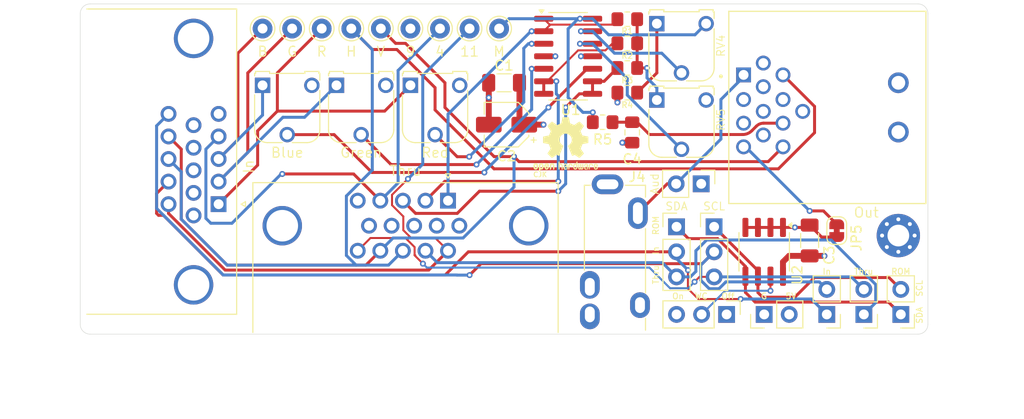
<source format=kicad_pcb>
(kicad_pcb (version 20241229) (generator "pcbnew") (generator_version "9.0")
  (layers (0 "F.Cu" signal) (4 "In1.Cu" signal) (6 "In2.Cu" signal) (2 "B.Cu" signal) (13 "F.Paste" user) (15 "B.Paste" user) (5 "F.SilkS" user "F.Silkscreen") (7 "B.SilkS" user "B.Silkscreen") (1 "F.Mask" user) (3 "B.Mask" user) (25 "Edge.Cuts" user))
  (net 0 "")
  (net 1 "GND")
  (net 2 "SDA1")
  (net 3 "DSUB4")
  (net 4 "Red")
  (net 5 "Blue")
  (net 6 "SCL1")
  (net 7 "DSUB9")
  (net 8 "Vsync")
  (net 9 "DSUB11")
  (net 10 "Hsync")
  (net 11 "Green")
  (net 12 "SDA2")
  (net 13 "Red_adj")
  (net 14 "Blue_adj")
  (net 15 "Green_adj")
  (net 16 "SCL2")
  (net 17 "Aud")
  (net 18 "Net-(JP1-C)")
  (net 19 "SDA")
  (net 20 "SCL")
  (net 21 "Net-(JP5-B)")
  (net 22 "Net-(R1-Pad2)")
  (net 23 "Net-(R4-Pad1)")
  (net 24 "Net-(U1A-+)")
  (net 25 "Net-(U1B-+)")
  (net 26 "Net-(U1C-+)")
  (net 27 "Net-(U1D--)")
  (net 28 "Net-(U1D-+)")
  (net 29 "Gray")
  (net 37 "Net-(C4-Pad1)")
  (footprint "Potentiometer_THT:Potentiometer_Runtron_RM-065_Vertical" (layer "F.Cu") (at 95 53.76)
    (property "Reference" "RV1" (hide yes))
    (property "Value" "100R")
  )
  (footprint "Connector_PinHeader_2.54mm:PinHeader_1x02_P2.54mm_Vertical" (layer "F.Cu") (at 141 77 180)
    (property "Reference" "J11" (hide yes))
    (property "Value" "Conn_01x02")
  )
  (footprint "Package_SO:SOIC-8_3.9x4.9mm_P1.27mm" (layer "F.Cu") (at 130.89 70.65 -90)
    (property "Reference" "U2")
    (property "Value" "M24C02-FMN")
  )
  (footprint "Connector_Pin:Pin_D1.0mm_L10.0mm" (layer "F.Cu") (at 95 48)
    (property "Reference" "TP6" (hide yes))
    (property "Value" "TestPoint")
  )
  (footprint "Resistor_SMD:R_0805_2012Metric_Pad1.20x1.40mm_HandSolder" (layer "F.Cu") (at 114.5 57.5)
    (property "Reference" "R5")
    (property "Value" "R")
  )
  (footprint "Resistor_SMD:R_0805_2012Metric_Pad1.20x1.40mm_HandSolder" (layer "F.Cu") (at 117 49.5)
    (property "Reference" "R2")
    (property "Value" "2.2k")
  )
  (footprint "Connector_PinHeader_2.54mm:PinHeader_1x03_P2.54mm_Vertical" (layer "F.Cu") (at 127.08 77 -90)
    (property "Reference" "JP1" (hide yes))
    (property "Value" "Jumper_3_Bridged12")
  )
  (footprint "Connector_PinHeader_2.54mm:PinHeader_1x02_P2.54mm_Vertical" (layer "F.Cu") (at 124.5 63.75 -90)
    (property "Reference" "J5" (hide yes))
    (property "Value" "Conn_01x02")
  )
  (footprint "Connector_PinHeader_2.54mm:PinHeader_1x02_P2.54mm_Vertical" (layer "F.Cu") (at 130.89 77 90)
    (property "Reference" "J8" (hide yes))
    (property "Value" "Conn_01x02")
  )
  (footprint "Connector_Pin:Pin_D1.0mm_L10.0mm" (layer "F.Cu") (at 104 48)
    (property "Reference" "TP9" (hide yes))
    (property "Value" "TestPoint")
  )
  (footprint "Potentiometer_THT:Potentiometer_Runtron_RM-065_Vertical" (layer "F.Cu") (at 120 47.5)
    (property "Reference" "RV4")
    (property "Value" "10k")
  )
  (footprint "Resistor_SMD:R_0805_2012Metric_Pad1.20x1.40mm_HandSolder" (layer "F.Cu") (at 117 52)
    (property "Reference" "R3")
    (property "Value" "2.2k")
  )
  (footprint "Capacitor_SMD:CP_Elec_4x5.4" (layer "F.Cu") (at 104.75 57.75 180)
    (property "Reference" "C2")
    (property "Value" "10u")
  )
  (footprint "Connector_Pin:Pin_D1.0mm_L10.0mm" (layer "F.Cu") (at 101 48)
    (property "Reference" "TP8" (hide yes))
    (property "Value" "TestPoint")
  )
  (footprint "Potentiometer_THT:Potentiometer_Runtron_RM-065_Vertical" (layer "F.Cu") (at 80 53.76)
    (property "Reference" "RV3" (hide yes))
    (property "Value" "100R")
  )
  (footprint "NyaLib:CUI_SDF-130J" (layer "F.Cu") (at 144.5 56 90)
    (property "Reference" "J3" (hide yes))
    (property "Value" "SDF-130J")
  )
  (footprint "NyaLib:Jack_3.5mm_CUI_SJ-3524-THT_Horizontal" (layer "F.Cu") (at 115.75 72.5 180)
    (property "Reference" "J4")
    (property "Value" "AudioJack2" (hide yes))
  )
  (footprint "Connector_Pin:Pin_D1.0mm_L10.0mm" (layer "F.Cu") (at 83 48)
    (property "Reference" "TP2" (hide yes))
    (property "Value" "TestPoint")
  )
  (footprint "Capacitor_SMD:C_1206_3216Metric_Pad1.33x1.80mm_HandSolder" (layer "F.Cu") (at 104.5 53.5 180)
    (property "Reference" "C1")
    (property "Value" "100n")
  )
  (footprint "Capacitor_SMD:C_0805_2012Metric_Pad1.18x1.45mm_HandSolder" (layer "F.Cu") (at 117.5 58.5375 -90)
    (property "Reference" "C4")
    (property "Value" "C")
  )
  (footprint "Symbol:OSHW-Logo2_7.3x6mm_SilkScreen" (layer "F.Cu") (at 110.75 59.75)
    (property "Reference" "REF**" (hide yes))
    (property "Value" "OSHW-Logo2_7.3x6mm_SilkScreen" (hide yes))
  )
  (footprint "Connector_Dsub:DSUB-15-HD_Socket_Horizontal_P2.29x2.54mm_EdgePinOffset8.35mm_Housed_MountingHolesOffset10.89mm" (layer "F.Cu") (at 98.815 65.46)
    (property "Reference" "J2" (hide yes))
    (property "Value" "DE15_Socket_HighDensity_MountingHoles")
  )
  (footprint "Connector_Pin:Pin_D1.0mm_L10.0mm" (layer "F.Cu") (at 86 48)
    (property "Reference" "TP1" (hide yes))
    (property "Value" "TestPoint")
  )
  (footprint "MountingHole:MountingHole_2.2mm_M2_Pad_Via" (layer "F.Cu") (at 144.5 69)
    (property "Reference" "REF**" (hide yes))
    (property "Value" "MountingHole_2.2mm_M2_Pad_Via")
  )
  (footprint "Capacitor_SMD:C_1206_3216Metric_Pad1.33x1.80mm_HandSolder" (layer "F.Cu") (at 135.5 69.5 90)
    (property "Reference" "C3")
    (property "Value" "100n")
  )
  (footprint "Package_SO:SOIC-14_3.9x8.7mm_P1.27mm" (layer "F.Cu") (at 111 50.81)
    (property "Reference" "U1")
    (property "Value" "LM324")
  )
  (footprint "Resistor_SMD:R_0805_2012Metric_Pad1.20x1.40mm_HandSolder" (layer "F.Cu") (at 117 47.05)
    (property "Reference" "R1")
    (property "Value" "2.2k")
  )
  (footprint "Connector_Pin:Pin_D1.0mm_L10.0mm" (layer "F.Cu") (at 80 48)
    (property "Reference" "TP3" (hide yes))
    (property "Value" "TestPoint")
  )
  (footprint "Connector_PinHeader_2.54mm:PinHeader_1x03_P2.54mm_Vertical" (layer "F.Cu") (at 122 68.11)
    (property "Reference" "JP3" (hide yes))
    (property "Value" "Jumper_3_Open")
  )
  (footprint "Connector_Pin:Pin_D1.0mm_L10.0mm" (layer "F.Cu") (at 98 48)
    (property "Reference" "TP7" (hide yes))
    (property "Value" "TestPoint")
  )
  (footprint "Connector_Pin:Pin_D1.0mm_L10.0mm" (layer "F.Cu") (at 89 48)
    (property "Reference" "TP4" (hide yes))
    (property "Value" "TestPoint")
  )
  (footprint "Connector_PinHeader_2.54mm:PinHeader_1x02_P2.54mm_Vertical" (layer "F.Cu") (at 137.24 77 180)
    (property "Reference" "J10" (hide yes))
    (property "Value" "Conn_01x02")
  )
  (footprint "Connector_Dsub:DSUB-15-HD_Socket_Horizontal_P2.29x2.54mm_EdgePinOffset8.35mm_Housed_MountingHolesOffset10.89mm" (layer "F.Cu") (at 75.54 65.815 -90)
    (property "Reference" "J1" (hide yes))
    (property "Value" "DE15_Socket_HighDensity_MountingHoles")
  )
  (footprint "Connector_PinHeader_2.54mm:PinHeader_1x02_P2.54mm_Vertical" (layer "F.Cu") (at 144.75 77 180)
    (property "Reference" "J9" (hide yes))
    (property "Value" "Conn_01x02")
  )
  (footprint "Potentiometer_THT:Potentiometer_Runtron_RM-065_Vertical" (layer "F.Cu") (at 120 55.25)
    (property "Reference" "RV5")
    (property "Value" "10k")
  )
  (footprint "Connector_Pin:Pin_D1.0mm_L10.0mm" (layer "F.Cu") (at 92 48)
    (property "Reference" "TP5" (hide yes))
    (property "Value" "TestPoint")
  )
  (footprint "Potentiometer_THT:Potentiometer_Runtron_RM-065_Vertical" (layer "F.Cu") (at 87.5 53.76)
    (property "Reference" "RV2" (hide yes))
    (property "Value" "100R")
  )
  (footprint "Jumper:SolderJumper-2_P1.3mm_Bridged_RoundedPad1.0x1.5mm" (layer "F.Cu") (at 138.25 68.5 90)
    (property "Reference" "JP5")
    (property "Value" "SolderJumper_2_Bridged" (hide yes))
  )
  (footprint "Connector_PinHeader_2.54mm:PinHeader_1x03_P2.54mm_Vertical" (layer "F.Cu") (at 125.81 68.11)
    (property "Reference" "JP4" (hide yes))
    (property "Value" "Jumper_3_Open")
  )
  (footprint "Resistor_SMD:R_0805_2012Metric_Pad1.20x1.40mm_HandSolder" (layer "F.Cu") (at 117 54.5 180)
    (property "Reference" "R4")
    (property "Value" "3.3k")
  )
  (gr_line (start 146.5 79) (end 62.5 79) (stroke (width 0.05)) (layer "Edge.Cuts"))
  (gr_arc (start 61.5 46.5) (mid 61.792893 45.792893) (end 62.5 45.5) (stroke (width 0.05)) (layer "Edge.Cuts"))
  (gr_line (start 61.5 78) (end 61.5 46.5) (stroke (width 0.05)) (layer "Edge.Cuts"))
  (gr_arc (start 147.5 78) (mid 147.207107 78.707107) (end 146.5 79) (stroke (width 0.05)) (layer "Edge.Cuts"))
  (gr_line (start 147.5 46.5) (end 147.5 78) (stroke (width 0.05)) (layer "Edge.Cuts"))
  (gr_arc (start 62.5 79) (mid 61.792893 78.707107) (end 61.5 78) (stroke (width 0.05)) (layer "Edge.Cuts"))
  (gr_line (start 62.5 45.5) (end 146.5 45.5) (stroke (width 0.05)) (layer "Edge.Cuts"))
  (gr_arc (start 146.5 45.5) (mid 147.207107 45.792893) (end 147.5 46.5) (stroke (width 0.05)) (layer "Edge.Cuts"))
  (gr_text "R" (at 86 49.75 0) (layer "F.SilkS") (effects (font (size 1 1) (thickness 0.125)) (justify top)))
  (gr_text "ROM" (at 120.25 69 90) (layer "F.SilkS") (effects (font (size 0.6 0.6) (thickness 0.1) (bold yes)) (justify left bottom)))
  (gr_text "M" (at 104 49.75 0) (layer "F.SilkS") (effects (font (size 1 1) (thickness 0.125)) (justify top)))
  (gr_text "G" (at 130.5 75.5 0) (layer "F.SilkS") (effects (font (size 0.6 0.6) (thickness 0.1) (bold yes)) (justify left bottom)))
  (gr_text "Thru" (at 120.25 74 90) (layer "F.SilkS") (effects (font (size 0.6 0.6) (thickness 0.1) (bold yes)) (justify left bottom)))
  (gr_text "4" (at 98 49.75 0) (layer "F.SilkS") (effects (font (size 1 1) (thickness 0.125)) (justify top)))
  (gr_text "SDA" (at 147 78 90) (layer "F.SilkS") (effects (font (size 0.6 0.6) (thickness 0.1) (bold yes)) (justify left bottom)))
  (gr_text "Off" (at 126.5 75.5 0) (layer "F.SilkS") (effects (font (size 0.6 0.6) (thickness 0.1) (bold yes)) (justify left bottom)))
  (gr_text "11" (at 101 49.75 0) (layer "F.SilkS") (effects (font (size 1 1) (thickness 0.125)) (justify top)))
  (gr_text "SCL" (at 125.81 66.5 0) (layer "F.SilkS") (effects (font (size 0.8 0.8) (thickness 0.1)) (justify bottom)))
  (gr_text "SDA" (at 122 66.5 0) (layer "F.SilkS") (effects (font (size 0.8 0.8) (thickness 0.1)) (justify bottom)))
  (gr_text "In" (at 78 62 90) (layer "F.SilkS") (effects (font (size 1 1) (thickness 0.125)) (justify top)))
  (gr_text "SCL" (at 147 75.25 90) (layer "F.SilkS") (effects (font (size 0.6 0.6) (thickness 0.1) (bold yes)) (justify left bottom)))
  (gr_text "WC" (at 124.5 75.5 0) (layer "F.SilkS") (effects (font (size 0.6 0.6) (thickness 0.1) (bold yes)) (justify bottom)))
  (gr_text "In" (at 120.25 71 90) (layer "F.SilkS") (effects (font (size 0.6 0.6) (thickness 0.1) (bold yes)) (justify left bottom)))
  (gr_text "In" (at 137.24 73 0) (layer "F.SilkS") (effects (font (size 0.6 0.6) (thickness 0.1) (bold yes)) (justify bottom)))
  (gr_text "Out" (at 141.25 67.25 0) (layer "F.SilkS") (effects (font (size 1 1) (thickness 0.125)) (justify bottom)))
  (gr_text "V" (at 92 49.75 0) (layer "F.SilkS") (effects (font (size 1 1) (thickness 0.125)) (justify top)))
  (gr_text "5V" (at 133 75.5 0) (layer "F.SilkS") (effects (font (size 0.6 0.6) (thickness 0.1) (bold yes)) (justify left bottom)))
  (gr_text "Thru" (at 94.5 63 0) (layer "F.SilkS") (effects (font (size 1 1) (thickness 0.125)) (justify bottom)))
  (gr_text "Red" (at 97.5 60 0) (layer "F.SilkS") (effects (font (size 1 1) (thickness 0.125)) (justify top)))
  (gr_text "9" (at 95 49.75 0) (layer "F.SilkS") (effects (font (size 1 1) (thickness 0.125)) (justify top)))
  (gr_text "H" (at 89 49.75 0) (layer "F.SilkS") (effects (font (size 1 1) (thickness 0.125)) (justify top)))
  (gr_text "On" (at 121.5 75.5 0) (layer "F.SilkS") (effects (font (size 0.6 0.6) (thickness 0.1) (bold yes)) (justify left bottom)))
  (gr_text "Thru" (at 142 73 0) (layer "F.SilkS") (effects (font (size 0.6 0.6) (thickness 0.1) (bold yes)) (justify right bottom)))
  (gr_text "Blue" (at 82.5 60 0) (layer "F.SilkS") (effects (font (size 1 1) (thickness 0.125)) (justify top)))
  (gr_text "Green" (at 90 60 0) (layer "F.SilkS") (effects (font (size 1 1) (thickness 0.125)) (justify top)))
  (gr_text "B" (at 80 49.75 0) (layer "F.SilkS") (effects (font (size 1 1) (thickness 0.125)) (justify top)))
  (gr_text "G" (at 83 49.75 0) (layer "F.SilkS") (effects (font (size 1 1) (thickness 0.125)) (justify top)))
  (gr_text "Aud" (at 120.25 63.75 90) (layer "F.SilkS") (effects (font (size 0.8 0.8) (thickness 0.1)) (justify bottom)))
  (gr_text "CJK" (at 107.4 63.1 0) (layer "F.SilkS") (effects (font (size 0.5 0.5) (thickness 0.1) (bold yes)) (justify left bottom)))
  (gr_text "ROM" (at 144.75 73 0) (layer "F.SilkS") (effects (font (size 0.6 0.6) (thickness 0.1) (bold yes)) (justify bottom)))
  (segment (start 136.7125 69.15) (end 138.25 69.15) (width 0.3) (layer "F.Cu") (net 1))
  (segment (start 102.95 55) (end 102.95 57.75) (width 0.6) (layer "F.Cu") (net 1))
  (segment (start 132.795 68.175) (end 135.2625 68.175) (width 0.3) (layer "F.Cu") (net 1))
  (segment (start 135.7375 68.175) (end 136.7125 69.15) (width 0.3) (layer "F.Cu") (net 1))
  (segment (start 116 55.5) (end 116 54.5) (width 0.6) (layer "F.Cu") (net 1))
  (segment (start 112.3 50.81) (end 113.475 50.81) (width 0.3) (layer "F.Cu") (net 1))
  (segment (start 128.985 68.175) (end 132.795 68.175) (width 0.3) (layer "F.Cu") (net 1))
  (segment (start 116.5 59.575) (end 117.5 59.575) (width 0.6) (layer "F.Cu") (net 1))
  (segment (start 134 68.175) (end 135.7375 68.175) (width 0.3) (layer "F.Cu") (net 1))
  (segment (start 102.95 55) (end 102.95 54.0125) (width 0.6) (layer "F.Cu") (net 1))
  (via (at 112.3 50.81) (size 0.6) (drill 0.3) (layers "F.Cu" "B.Cu") (net 1))
  (via (at 116 55.5) (size 0.6) (drill 0.3) (layers "F.Cu" "B.Cu") (net 1))
  (via (at 102.95 55) (size 0.6) (drill 0.3) (layers "F.Cu" "B.Cu") (net 1))
  (via (at 116.5 59.575) (size 0.6) (drill 0.3) (layers "F.Cu" "B.Cu") (net 1))
  (via (at 134 68.175) (size 0.6) (drill 0.3) (layers "F.Cu" "B.Cu") (net 1))
  (segment (start 123.151 74.383) (end 123.151 72.517) (width 0.2) (layer "F.Cu") (net 2))
  (segment (start 98.523 73.002) (end 100.875 70.65) (width 0.3) (layer "F.Cu") (net 2))
  (segment (start 69.94176 66.94656) (end 75.9972 73.002) (width 0.3) (layer "F.Cu") (net 2))
  (segment (start 69.25 66.75) (end 69.44656 66.94656) (width 0.3) (layer "F.Cu") (net 2))
  (segment (start 100.875 70.65) (end 122 70.65) (width 0.3) (layer "F.Cu") (net 2))
  (segment (start 128.5 75.438) (end 124.206 75.438) (width 0.2) (layer "F.Cu") (net 2))
  (segment (start 75.9972 73.002) (end 98.523 73.002) (width 0.3) (layer "F.Cu") (net 2))
  (segment (start 70.46 63.525) (end 69.25 64.735) (width 0.3) (layer "F.Cu") (net 2))
  (segment (start 124.206 75.438) (end 123.151 74.383) (width 0.2) (layer "F.Cu") (net 2))
  (segment (start 69.25 64.735) (end 69.25 66.75) (width 0.3) (layer "F.Cu") (net 2))
  (segment (start 69.44656 66.94656) (end 69.94176 66.94656) (width 0.3) (layer "F.Cu") (net 2))
  (via (at 123.165405 72.508577) (size 0.6) (drill 0.3) (layers "F.Cu" "B.Cu") (net 2))
  (via (at 128.5 75.438) (size 0.6) (drill 0.3) (layers "F.Cu" "B.Cu") (net 2))
  (segment (start 135.678 75.438) (end 137.24 77) (width 0.3) (layer "B.Cu") (net 2))
  (segment (start 128.5 75.438) (end 135.678 75.438) (width 0.3) (layer "B.Cu") (net 2))
  (segment (start 122 71.343172) (end 123.165405 72.508577) (width 0.3) (layer "B.Cu") (net 2))
  (segment (start 82 62.75) (end 89.235 62.75) (width 0.3) (layer "F.Cu") (net 3))
  (segment (start 89.235 62.75) (end 91.945 65.46) (width 0.3) (layer "F.Cu") (net 3))
  (via (at 82 62.75) (size 0.6) (drill 0.3) (layers "F.Cu" "B.Cu") (net 3))
  (segment (start 98 48) (end 93.75 52.25) (width 0.3) (layer "B.Cu") (net 3))
  (segment (start 93.75 63.655) (end 91.945 65.46) (width 0.3) (layer "B.Cu") (net 3))
  (segment (start 81.895 62.75) (end 76.895 67.75) (width 0.3) (layer "B.Cu") (net 3))
  (segment (start 74.25 60.235) (end 75.54 58.945) (width 0.3) (layer "B.Cu") (net 3))
  (segment (start 74.75 67.75) (end 74.25 67.25) (width 0.3) (layer "B.Cu") (net 3))
  (segment (start 82 62.75) (end 81.895 62.75) (width 0.3) (layer "B.Cu") (net 3))
  (segment (start 93.75 52.25) (end 93.75 63.655) (width 0.3) (layer "B.Cu") (net 3))
  (segment (start 74.25 67.25) (end 74.25 60.235) (width 0.3) (layer "B.Cu") (net 3))
  (segment (start 76.895 67.75) (end 74.75 67.75) (width 0.3) (layer "B.Cu") (net 3))
  (segment (start 95 53.76) (end 92.385 56.375) (width 0.3) (layer "F.Cu") (net 4))
  (segment (start 92.385 56.375) (end 81.5 56.375) (width 0.3) (layer "F.Cu") (net 4))
  (segment (start 79.5 61.855) (end 75.54 65.815) (width 0.3) (layer "F.Cu") (net 4))
  (segment (start 79.5 58.375) (end 79.5 61.855) (width 0.3) (layer "F.Cu") (net 4))
  (segment (start 81.5 52.5) (end 81.5 56.375) (width 0.3) (layer "F.Cu") (net 4))
  (segment (start 86 48) (end 81.5 52.5) (width 0.3) (layer "F.Cu") (net 4))
  (segment (start 81.5 56.375) (end 79.5 58.375) (width 0.3) (layer "F.Cu") (net 4))
  (segment (start 77.499 59.276) (end 75.54 61.235) (width 0.3) (layer "F.Cu") (net 5))
  (segment (start 77.499 50.501) (end 77.499 59.276) (width 0.3) (layer "F.Cu") (net 5))
  (segment (start 80 48) (end 77.499 50.501) (width 0.3) (layer "F.Cu") (net 5))
  (segment (start 80 56.775) (end 80 53.76) (width 0.3) (layer "B.Cu") (net 5))
  (segment (start 75.54 61.235) (end 80 56.775) (width 0.3) (layer "B.Cu") (net 5))
  (segment (start 101 73.0125) (end 102.1615 71.851) (width 0.3) (layer "F.Cu") (net 6))
  (segment (start 102.1615 71.851) (end 124.609 71.851) (width 0.3) (layer "F.Cu") (net 6))
  (segment (start 124.609 71.851) (end 125.81 70.65) (width 0.3) (layer "F.Cu") (net 6))
  (via (at 101 73.0125) (size 0.6) (drill 0.3) (layers "F.Cu" "B.Cu") (net 6))
  (segment (start 136.48 73.7) (end 126.998471 73.7) (width 0.3) (layer "B.Cu") (net 6))
  (segment (start 124.46 73.538471) (end 124.46 72) (width 0.3) (layer "B.Cu") (net 6))
  (segment (start 69.25 57.865) (end 70.46 56.655) (width 0.3) (layer "B.Cu") (net 6))
  (segment (start 125.312529 74.391) (end 124.46 73.538471) (width 0.3) (layer "B.Cu") (net 6))
  (segment (start 76.00862 73) (end 69.25 66.24138) (width 0.3) (layer "B.Cu") (net 6))
  (segment (start 126.998471 73.7) (end 126.307471 74.391) (width 0.3) (layer "B.Cu") (net 6))
  (segment (start 124.46 72) (end 125.81 70.65) (width 0.3) (layer "B.Cu") (net 6))
  (segment (start 126.307471 74.391) (end 125.312529 74.391) (width 0.3) (layer "B.Cu") (net 6))
  (segment (start 99.695 73) (end 76.00862 73) (width 0.3) (layer "B.Cu") (net 6))
  (segment (start 137.24 74.46) (end 136.48 73.7) (width 0.3) (layer "B.Cu") (net 6))
  (segment (start 101 73.0125) (end 99.7075 73.0125) (width 0.3) (layer "B.Cu") (net 6))
  (segment (start 69.25 66.24138) (end 69.25 57.865) (width 0.3) (layer "B.Cu") (net 6))
  (segment (start 99.7075 73.0125) (end 99.695 73) (width 0.3) (layer "B.Cu") (net 6))
  (segment (start 108.5 57.75) (end 106.55 57.75) (width 0.6) (layer "F.Cu") (net 7))
  (segment (start 133.4075 71.0625) (end 132.795 71.675) (width 0.6) (layer "F.Cu") (net 7))
  (segment (start 132.795 71.675) (end 132.795 73.125) (width 0.6) (layer "F.Cu") (net 7))
  (segment (start 109.7 50.81) (end 108.525 50.81) (width 0.3) (layer "F.Cu") (net 7))
  (segment (start 106.0625 54) (end 106.0625 57.2625) (width 0.6) (layer "F.Cu") (net 7))
  (segment (start 137 71.0625) (end 133.4075 71.0625) (width 0.6) (layer "F.Cu") (net 7))
  (via (at 109.7 50.81) (size 0.6) (drill 0.3) (layers "F.Cu" "B.Cu") (net 7))
  (via (at 137 71.0625) (size 0.6) (drill 0.3) (layers "F.Cu" "B.Cu") (net 7))
  (via (at 108.5 57.75) (size 0.6) (drill 0.3) (layers "F.Cu" "B.Cu") (net 7))
  (segment (start 131.3 61.5) (end 132.8 60) (width 0.3) (layer "F.Cu") (net 8))
  (segment (start 94.5 49.5) (end 98.5 53.5) (width 0.3) (layer "F.Cu") (net 8))
  (segment (start 98.5 53.5) (end 98.5 56) (width 0.3) (layer "F.Cu") (net 8))
  (segment (start 103.490935 60.990935) (end 105.509065 60.990935) (width 0.3) (layer "F.Cu") (net 8))
  (segment (start 76.41224 72) (end 71.75 67.33776) (width 0.3) (layer "F.Cu") (net 8))
  (segment (start 91.945 70.54) (end 90.485 72) (width 0.3) (layer "F.Cu") (net 8))
  (segment (start 93.5 49.5) (end 94.5 49.5) (width 0.3) (layer "F.Cu") (net 8))
  (segment (start 71.75 67.33776) (end 71.75 60.235) (width 0.3) (layer "F.Cu") (net 8))
  (segment (start 105.509065 60.990935) (end 106.01813 61.5) (width 0.3) (layer "F.Cu") (net 8))
  (segment (start 71.75 60.235) (end 70.46 58.945) (width 0.3) (layer "F.Cu") (net 8))
  (segment (start 92 48) (end 93.5 49.5) (width 0.3) (layer "F.Cu") (net 8))
  (segment (start 106.01813 61.5) (end 131.3 61.5) (width 0.3) (layer "F.Cu") (net 8))
  (segment (start 98.5 56) (end 103.490935 60.990935) (width 0.3) (layer "F.Cu") (net 8))
  (segment (start 90.485 72) (end 76.41224 72) (width 0.3) (layer "F.Cu") (net 8))
  (via (at 105.509065 60.990935) (size 0.6) (drill 0.3) (layers "F.Cu" "B.Cu") (net 8))
  (segment (start 93.235 69.25) (end 91.945 70.54) (width 0.3) (layer "B.Cu") (net 8))
  (segment (start 105.509065 64.078695) (end 100.33776 69.25) (width 0.3) (layer "B.Cu") (net 8))
  (segment (start 105.509065 60.990935) (end 105.509065 64.078695) (width 0.3) (layer "B.Cu") (net 8))
  (segment (start 100.33776 69.25) (end 93.235 69.25) (width 0.3) (layer "B.Cu") (net 8))
  (segment (start 95.07295 69.25) (end 97.525 69.25) (width 0.2) (layer "F.Cu") (net 9))
  (segment (start 93.134 64.866) (end 93.134 65.91605) (width 0.2) (layer "F.Cu") (net 9))
  (segment (start 96.854 72.501) (end 98.815 70.54) (width 0.3) (layer "F.Cu") (net 9))
  (segment (start 96.854 72.501) (end 76.20472 72.501) (width 0.3) (layer "F.Cu") (net 9))
  (segment (start 93.134 65.91605) (end 94.279 67.06105) (width 0.2) (layer "F.Cu") (net 9))
  (segment (start 97.525 69.25) (end 98.815 70.54) (width 0.2) (layer "F.Cu") (net 9))
  (segment (start 94.279 67.06105) (end 94.279 68.45605) (width 0.2) (layer "F.Cu") (net 9))
  (segment (start 94.279 68.45605) (end 95.07295 69.25) (width 0.2) (layer "F.Cu") (net 9))
  (segment (start 70.46 66.75628) (end 70.46 65.815) (width 0.3) (layer "F.Cu") (net 9))
  (segment (start 76.20472 72.501) (end 70.46 66.75628) (width 0.3) (layer "F.Cu") (net 9))
  (segment (start 94.75 63.25) (end 93.134 64.866) (width 0.2) (layer "F.Cu") (net 9))
  (via (at 94.75 63.25) (size 0.6) (drill 0.3) (layers "F.Cu" "B.Cu") (net 9))
  (segment (start 96.25 52.75) (end 101 48) (width 0.3) (layer "B.Cu") (net 9))
  (segment (start 96.25 61.75) (end 96.25 52.75) (width 0.3) (layer "B.Cu") (net 9))
  (segment (start 94.75 63.25) (end 96.25 61.75) (width 0.3) (layer "B.Cu") (net 9))
  (segment (start 132.8 52.7) (end 136 55.9) (width 0.3) (layer "F.Cu") (net 10))
  (segment (start 97.5 56.25) (end 97.5 53.998) (width 0.3) (layer "F.Cu") (net 10))
  (segment (start 136 58.562706) (end 132.332706 62.23) (width 0.3) (layer "F.Cu") (net 10))
  (segment (start 97.5 53.998) (end 93.627 50.125) (width 0.3) (layer "F.Cu") (net 10))
  (segment (start 103.48 62.23) (end 97.5 56.25) (width 0.3) (layer "F.Cu") (net 10))
  (segment (start 93.627 50.125) (end 91.125 50.125) (width 0.3) (layer "F.Cu") (net 10))
  (segment (start 136 55.9) (end 136 58.562706) (width 0.3) (layer "F.Cu") (net 10))
  (segment (start 91.125 50.125) (end 89 48) (width 0.3) (layer "F.Cu") (net 10))
  (segment (start 132.332706 62.23) (end 103.48 62.23) (width 0.3) (layer "F.Cu") (net 10))
  (segment (start 91.131 62.35624) (end 88.504 64.98324) (width 0.3) (layer "B.Cu") (net 10))
  (segment (start 71.75 67.33776) (end 71.75 62.525) (width 0.3) (layer "B.Cu") (net 10))
  (segment (start 89.48724 72) (end 76.41224 72) (width 0.3) (layer "B.Cu") (net 10))
  (segment (start 89.48724 72) (end 92.775 72) (width 0.3) (layer "B.Cu") (net 10))
  (segment (start 76.41224 72) (end 71.75 67.33776) (width 0.3) (layer "B.Cu") (net 10))
  (segment (start 71.75 62.525) (end 70.46 61.235) (width 0.3) (layer "B.Cu") (net 10))
  (segment (start 88.504 71.01676) (end 89.48724 72) (width 0.3) (layer "B.Cu") (net 10))
  (segment (start 88.504 64.98324) (end 88.504 71.01676) (width 0.3) (layer "B.Cu") (net 10))
  (segment (start 89 48) (end 91.131 50.131) (width 0.3) (layer "B.Cu") (net 10))
  (segment (start 92.775 72) (end 94.235 70.54) (width 0.3) (layer "B.Cu") (net 10))
  (segment (start 91.131 50.131) (end 91.131 62.35624) (width 0.3) (layer "B.Cu") (net 10))
  (segment (start 78.5 60.565) (end 78.5 52.5) (width 0.3) (layer "F.Cu") (net 11))
  (segment (start 78.5 52.5) (end 83 48) (width 0.3) (layer "F.Cu") (net 11))
  (segment (start 75.54 63.525) (end 78.5 60.565) (width 0.3) (layer "F.Cu") (net 11))
  (segment (start 87.5 53.76) (end 84.26 57) (width 0.3) (layer "B.Cu") (net 11))
  (segment (start 84.26 57) (end 82.065 57) (width 0.3) (layer "B.Cu") (net 11))
  (segment (start 82.065 57) (end 75.54 63.525) (width 0.3) (layer "B.Cu") (net 11))
  (segment (start 141 77) (end 142.201 75.799) (width 0.3) (layer "B.Cu") (net 12))
  (segment (start 142.201 73.962529) (end 137.687471 69.449) (width 0.3) (layer "B.Cu") (net 12))
  (segment (start 123.959 72.637) (end 123.406 73.19) (width 0.3) (layer "B.Cu") (net 12))
  (segment (start 137.687471 69.449) (end 125.051 69.449) (width 0.3) (layer "B.Cu") (net 12))
  (segment (start 123.959 70.541) (end 123.959 72.637) (width 0.3) (layer "B.Cu") (net 12))
  (segment (start 97.735 71.75) (end 120.56 71.75) (width 0.3) (layer "B.Cu") (net 12))
  (segment (start 125.051 69.449) (end 123.959 70.541) (width 0.3) (layer "B.Cu") (net 12))
  (segment (start 120.56 71.75) (end 122 73.19) (width 0.3) (layer "B.Cu") (net 12))
  (segment (start 123.406 73.19) (end 122 73.19) (width 0.3) (layer "B.Cu") (net 12))
  (segment (start 96.525 70.54) (end 97.735 71.75) (width 0.3) (layer "B.Cu") (net 12))
  (segment (start 142.201 75.799) (end 142.201 73.962529) (width 0.3) (layer "B.Cu") (net 12))
  (segment (start 109.126 47.669) (end 109.126 47.601) (width 0.2) (layer "F.Cu") (net 13))
  (segment (start 108.525 48.27) (end 109.126 47.669) (width 0.2) (layer "F.Cu") (net 13))
  (segment (start 108.525 47) (end 109.126 47.601) (width 0.2) (layer "F.Cu") (net 13))
  (segment (start 115.449 47.601) (end 116 47.05) (width 0.2) (layer "F.Cu") (net 13))
  (segment (start 107.3 48.27) (end 108.525 48.27) (width 0.2) (layer "F.Cu") (net 13))
  (segment (start 109.126 47.601) (end 115.449 47.601) (width 0.2) (layer "F.Cu") (net 13))
  (via (at 107.3 48.27) (size 0.6) (drill 0.3) (layers "F.Cu" "B.Cu") (net 13))
  (segment (start 107.23 48.27) (end 98.815 56.685) (width 0.3) (layer "B.Cu") (net 13))
  (segment (start 107.3 48.27) (end 107.23 48.27) (width 0.3) (layer "B.Cu") (net 13))
  (segment (start 98.815 56.685) (end 98.815 65.46) (width 0.3) (layer "B.Cu") (net 13))
  (segment (start 112.13869 54.62) (end 113.475 54.62) (width 0.3) (layer "F.Cu") (net 14))
  (segment (start 102 64.5) (end 99.75 66.75) (width 0.3) (layer "F.Cu") (net 14))
  (segment (start 114.65 53.35) (end 113.475 53.35) (width 0.3) (layer "F.Cu") (net 14))
  (segment (start 110.75 56.00869) (end 112.13869 54.62) (width 0.3) (layer "F.Cu") (net 14))
  (segment (start 113.475 53.35) (end 113.475 54.62) (width 0.3) (layer "F.Cu") (net 14))
  (segment (start 116 52) (end 114.65 53.35) (width 0.3) (layer "F.Cu") (net 14))
  (segment (start 110 64.5) (end 102 64.5) (width 0.3) (layer "F.Cu") (net 14))
  (segment (start 99.75 66.75) (end 95.525 66.75) (width 0.3) (layer "F.Cu") (net 14))
  (segment (start 95.525 66.75) (end 94.235 65.46) (width 0.3) (layer "F.Cu") (net 14))
  (via (at 110.75 56.00869) (size 0.6) (drill 0.3) (layers "F.Cu" "B.Cu") (net 14))
  (via (at 110 64.5) (size 0.6) (drill 0.3) (layers "F.Cu" "B.Cu") (net 14))
  (segment (start 110.75 63.75) (end 110 64.5) (width 0.3) (layer "B.Cu") (net 14))
  (segment (start 110.75 56.00869) (end 110.75 63.75) (width 0.3) (layer "B.Cu") (net 14))
  (segment (start 110 63.5) (end 98.485 63.5) (width 0.3) (layer "F.Cu") (net 15))
  (segment (start 116 49.5) (end 115.5 49.5) (width 0.2) (layer "F.Cu") (net 15))
  (segment (start 108.525 53.35) (end 108.525 54.62) (width 0.3) (layer "F.Cu") (net 15))
  (segment (start 109.8 53.35) (end 108.525 53.35) (width 0.3) (layer "F.Cu") (net 15))
  (segment (start 115.5 49.5) (end 114.791 50.209) (width 0.2) (layer "F.Cu") (net 15))
  (segment (start 114.791 50.209) (end 112.012968 50.209) (width 0.2) (layer "F.Cu") (net 15))
  (segment (start 108.525 54.62) (end 108.53 54.62) (width 0.3) (layer "F.Cu") (net 15))
  (segment (start 98.485 63.5) (end 96.525 65.46) (width 0.3) (layer "F.Cu") (net 15))
  (segment (start 112.012968 50.209) (end 108.871968 53.35) (width 0.2) (layer "F.Cu") (net 15))
  (via (at 110 63.5) (size 0.6) (drill 0.3) (layers "F.Cu" "B.Cu") (net 15))
  (via (at 109.8 53.35) (size 0.6) (drill 0.3) (layers "F.Cu" "B.Cu") (net 15))
  (segment (start 109.8 54.625) (end 110 54.825) (width 0.3) (layer "B.Cu") (net 15))
  (segment (start 110 54.825) (end 110 63.5) (width 0.3) (layer "B.Cu") (net 15))
  (segment (start 109.8 53.35) (end 109.8 54.625) (width 0.3) (layer "B.Cu") (net 15))
  (segment (start 96.266 71.851) (end 95.5 71.085) (width 0.2) (layer "F.Cu") (net 16))
  (segment (start 123.827837 73.689704) (end 124.327541 73.19) (width 0.2) (layer "F.Cu") (net 16))
  (segment (start 94.50205 69.25) (end 90.945 69.25) (width 0.2) (layer "F.Cu") (net 16))
  (segment (start 95.424 70.17195) (end 94.50205 69.25) (width 0.2) (layer "F.Cu") (net 16))
  (segment (start 95.5 71) (end 95.42795 71) (width 0.2) (layer "F.Cu") (net 16))
  (segment (start 95.42795 71) (end 95.424 70.99605) (width 0.2) (layer "F.Cu") (net 16))
  (segment (start 90.945 69.25) (end 89.655 70.54) (width 0.2) (layer "F.Cu") (net 16))
  (segment (start 124.327541 73.19) (end 125.81 73.19) (width 0.2) (layer "F.Cu") (net 16))
  (segment (start 95.424 70.99605) (end 95.424 70.17195) (width 0.2) (layer "F.Cu") (net 16))
  (via (at 96.266 71.851) (size 0.6) (drill 0.3) (layers "F.Cu" "B.Cu") (net 16))
  (via (at 123.827837 73.689704) (size 0.6) (drill 0.3) (layers "F.Cu" "B.Cu") (net 16))
  (segment (start 96.665 72.25) (end 96.266 71.851) (width 0.2) (layer "B.Cu") (net 16))
  (segment (start 121.341 74.341) (end 119.25 72.25) (width 0.2) (layer "B.Cu") (net 16))
  (segment (start 123.176541 74.341) (end 121.341 74.341) (width 0.2) (layer "B.Cu") (net 16))
  (segment (start 141 74.46) (end 139.73 73.19) (width 0.3) (layer "B.Cu") (net 16))
  (segment (start 123.827837 73.689704) (end 123.176541 74.341) (width 0.2) (layer "B.Cu") (net 16))
  (segment (start 139.73 73.19) (end 125.81 73.19) (width 0.3) (layer "B.Cu") (net 16))
  (segment (start 119.25 72.25) (end 96.665 72.25) (width 0.2) (layer "B.Cu") (net 16))
  (segment (start 121.96 63.75) (end 121.05 63.75) (width 0.3) (layer "F.Cu") (net 17))
  (segment (start 121.05 63.75) (end 118.075 66.725) (width 0.3) (layer "F.Cu") (net 17))
  (segment (start 126.5 55.2) (end 126.5 59.21) (width 0.3) (layer "B.Cu") (net 17))
  (segment (start 129 52.7) (end 126.5 55.2) (width 0.3) (layer "B.Cu") (net 17))
  (segment (start 126.5 59.21) (end 121.96 63.75) (width 0.3) (layer "B.Cu") (net 17))
  (segment (start 131.525 73.125) (end 131.525 74.6) (width 0.2) (layer "F.Cu") (net 18))
  (via (at 131.525 74.6) (size 0.6) (drill 0.3) (layers "F.Cu" "B.Cu") (net 18))
  (segment (start 124.54 77) (end 126.94 74.6) (width 0.2) (layer "B.Cu") (net 18))
  (segment (start 126.94 74.6) (end 131.525 74.6) (width 0.2) (layer "B.Cu") (net 18))
  (segment (start 129.971161 75.75) (end 128.985 74.763839) (width 0.3) (layer "F.Cu") (net 19))
  (segment (start 144.75 77) (end 143.5 75.75) (width 0.3) (layer "F.Cu") (net 19))
  (segment (start 128.985 72.126529) (end 126.169471 69.311) (width 0.3) (layer "F.Cu") (net 19))
  (segment (start 123.201 69.311) (end 122 68.11) (width 0.3) (layer "F.Cu") (net 19))
  (segment (start 128.985 74.763839) (end 128.985 73.125) (width 0.3) (layer "F.Cu") (net 19))
  (segment (start 143.5 75.75) (end 129.971161 75.75) (width 0.3) (layer "F.Cu") (net 19))
  (segment (start 126.169471 69.311) (end 123.201 69.311) (width 0.3) (layer "F.Cu") (net 19))
  (segment (start 128.985 73.125) (end 128.985 72.126529) (width 0.3) (layer "F.Cu") (net 19))
  (segment (start 134 75.25) (end 130.723925 75.25) (width 0.3) (layer "F.Cu") (net 20))
  (segment (start 130.255 72.555) (end 125.81 68.11) (width 0.3) (layer "F.Cu") (net 20))
  (segment (start 130.255 74.781075) (end 130.255 73.125) (width 0.3) (layer "F.Cu") (net 20))
  (segment (start 143.549 73.259) (end 135.991 73.259) (width 0.3) (layer "F.Cu") (net 20))
  (segment (start 144.75 74.46) (end 143.549 73.259) (width 0.3) (layer "F.Cu") (net 20))
  (segment (start 135.991 73.259) (end 134 75.25) (width 0.3) (layer "F.Cu") (net 20))
  (segment (start 130.723925 75.25) (end 130.255 74.781075) (width 0.3) (layer "F.Cu") (net 20))
  (segment (start 138.25 67.85) (end 136.9 66.5) (width 0.3) (layer "F.Cu") (net 21))
  (segment (start 136.9 66.5) (end 135.5 66.5) (width 0.3) (layer "F.Cu") (net 21))
  (via (at 135.5 66.5) (size 0.6) (drill 0.3) (layers "F.Cu" "B.Cu") (net 21))
  (segment (start 135.5 66.5) (end 129 60) (width 0.3) (layer "B.Cu") (net 21))
  (segment (start 118 47.05) (end 118 52) (width 0.3) (layer "F.Cu") (net 22))
  (segment (start 118 52) (end 119 52) (width 0.3) (layer "F.Cu") (net 22))
  (via (at 119 52) (size 0.6) (drill 0.3) (layers "F.Cu" "B.Cu") (net 22))
  (segment (start 120 54) (end 120 55.25) (width 0.3) (layer "B.Cu") (net 22))
  (segment (start 119 52) (end 119 53) (width 0.3) (layer "B.Cu") (net 22))
  (segment (start 119 53) (end 120 54) (width 0.3) (layer "B.Cu") (net 22))
  (segment (start 120 52.5) (end 118 54.5) (width 0.3) (layer "F.Cu") (net 23))
  (segment (start 120 47.5) (end 120 52.5) (width 0.3) (layer "F.Cu") (net 23))
  (segment (start 99.74 61) (end 97.5 58.76) (width 0.3) (layer "F.Cu") (net 24))
  (segment (start 107.3 49.54) (end 108.525 49.54) (width 0.3) (layer "F.Cu") (net 24))
  (segment (start 100.965 61) (end 99.74 61) (width 0.3) (layer "F.Cu") (net 24))
  (via (at 107.3 49.54) (size 0.6) (drill 0.3) (layers "F.Cu" "B.Cu") (net 24))
  (via (at 100.965 61) (size 0.6) (drill 0.3) (layers "F.Cu" "B.Cu") (net 24))
  (segment (start 106.5 50) (end 106.5 55.465) (width 0.3) (layer "B.Cu") (net 24))
  (segment (start 106.5 55.465) (end 100.965 61) (width 0.3) (layer "B.Cu") (net 24))
  (segment (start 106.96 49.54) (end 106.5 50) (width 0.3) (layer "B.Cu") (net 24))
  (segment (start 107.3 49.54) (end 106.96 49.54) (width 0.3) (layer "B.Cu") (net 24))
  (segment (start 93.03805 61.79805) (end 90 58.76) (width 0.3) (layer "F.Cu") (net 25))
  (segment (start 101.70195 61.79805) (end 93.03805 61.79805) (width 0.3) (layer "F.Cu") (net 25))
  (via (at 107.3 52.08) (size 0.6) (drill 0.3) (layers "F.Cu" "B.Cu") (net 25))
  (via (at 101.70195 61.79805) (size 0.6) (drill 0.3) (layers "F.Cu" "B.Cu") (net 25))
  (segment (start 101.70195 61.79805) (end 107.3 56.2) (width 0.3) (layer "B.Cu") (net 25))
  (segment (start 107.3 56.2) (end 107.3 52.08) (width 0.3) (layer "B.Cu") (net 25))
  (segment (start 91.097699 62.597699) (end 87.26 58.76) (width 0.3) (layer "F.Cu") (net 26))
  (segment (start 87.26 58.76) (end 82.5 58.76) (width 0.3) (layer "F.Cu") (net 26))
  (segment (start 102.5 62.597699) (end 91.097699 62.597699) (width 0.3) (layer "F.Cu") (net 26))
  (segment (start 112.92 52.08) (end 109 56) (width 0.3) (layer "F.Cu") (net 26))
  (via (at 109 56) (size 0.6) (drill 0.3) (layers "F.Cu" "B.Cu") (net 26))
  (via (at 102.5 62.597699) (size 0.6) (drill 0.3) (layers "F.Cu" "B.Cu") (net 26))
  (segment (start 102.5 62.597699) (end 102.5 62.5) (width 0.3) (layer "B.Cu") (net 26))
  (segment (start 102.5 62.5) (end 109 56) (width 0.3) (layer "B.Cu") (net 26))
  (segment (start 112.3 48.27) (end 113.475 48.27) (width 0.3) (layer "F.Cu") (net 27))
  (via (at 112.3 48.27) (size 0.6) (drill 0.3) (layers "F.Cu" "B.Cu") (net 27))
  (segment (start 120.5 50.5) (end 122.5 52.5) (width 0.3) (layer "B.Cu") (net 27))
  (segment (start 113.475 48.27) (end 115.705 50.5) (width 0.3) (layer "B.Cu") (net 27))
  (segment (start 115.705 50.5) (end 120.5 50.5) (width 0.3) (layer "B.Cu") (net 27))
  (segment (start 112.3 48.27) (end 113.475 48.27) (width 0.3) (layer "B.Cu") (net 27))
  (segment (start 112.2 49.54) (end 113.475 49.54) (width 0.3) (layer "F.Cu") (net 28))
  (via (at 112.2 49.54) (size 0.6) (drill 0.3) (layers "F.Cu" "B.Cu") (net 28))
  (segment (start 117 54.75) (end 122.5 60.25) (width 0.3) (layer "B.Cu") (net 28))
  (segment (start 113.475 49.54) (end 117 53.065) (width 0.3) (layer "B.Cu") (net 28))
  (segment (start 112.2 49.54) (end 113.475 49.54) (width 0.3) (layer "B.Cu") (net 28))
  (segment (start 117 53.065) (end 117 54.75) (width 0.3) (layer "B.Cu") (net 28))
  (segment (start 113.5 56.5) (end 113.5 57.5) (width 0.3) (layer "F.Cu") (net 29))
  (segment (start 112.2 47) (end 113.475 47) (width 0.3) (layer "F.Cu") (net 29))
  (via (at 112.2 47) (size 0.6) (drill 0.3) (layers "F.Cu" "B.Cu") (net 29))
  (via (at 113.5 56.5) (size 0.6) (drill 0.3) (layers "F.Cu" "B.Cu") (net 29))
  (segment (start 111 55) (end 111 48.025) (width 0.3) (layer "B.Cu") (net 29))
  (segment (start 112.025 47) (end 112.2 47) (width 0.3) (layer "B.Cu") (net 29))
  (segment (start 105 47) (end 104 48) (width 0.3) (layer "B.Cu") (net 29))
  (segment (start 112.2 47) (end 105 47) (width 0.3) (layer "B.Cu") (net 29))
  (segment (start 123.869 48.631) (end 125 47.5) (width 0.3) (layer "B.Cu") (net 29))
  (segment (start 111 48.025) (end 112.025 47) (width 0.3) (layer "B.Cu") (net 29))
  (segment (start 115.106 48.631) (end 123.869 48.631) (width 0.3) (layer "B.Cu") (net 29))
  (segment (start 112.2 47) (end 113.475 47) (width 0.3) (layer "B.Cu") (net 29))
  (segment (start 112.5 56.5) (end 111 55) (width 0.3) (layer "B.Cu") (net 29))
  (segment (start 113.5 56.5) (end 112.5 56.5) (width 0.3) (layer "B.Cu") (net 29))
  (segment (start 113.475 47) (end 115.106 48.631) (width 0.3) (layer "B.Cu") (net 29))
  (segment (start 128.708089 58.75) (end 119.25 58.75) (width 0.3) (layer "F.Cu") (net 37))
  (segment (start 119.25 58.75) (end 118 57.5) (width 0.3) (layer "F.Cu") (net 37))
  (segment (start 132.8 57.6) (end 130.832723 57.6) (width 0.3) (layer "F.Cu") (net 37))
  (segment (start 115.5 57.5) (end 117.5 57.5) (width 0.3) (layer "F.Cu") (net 37))
  (segment (start 130.094019 57.905981) (end 129.633188 58.366812) (width 0.3) (layer "F.Cu") (net 37))
  (arc (start 130.832723 57.6) (mid 130.432939 57.679522) (end 130.094019 57.905981) (width 0.3) (layer "F.Cu") (net 37))
  (arc (start 129.633188 58.366812) (mid 129.208749 58.650413) (end 128.708089 58.75) (width 0.3) (layer "F.Cu") (net 37))
)
</source>
